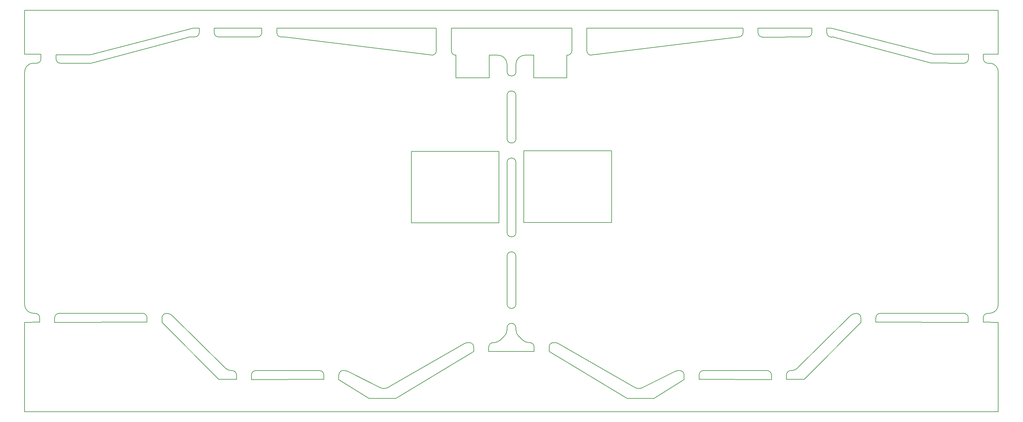
<source format=gm1>
G04 #@! TF.GenerationSoftware,KiCad,Pcbnew,(5.99.0-8557-g8988e46ab1)*
G04 #@! TF.CreationDate,2021-01-24T23:32:51-07:00*
G04 #@! TF.ProjectId,Panel,50616e65-6c2e-46b6-9963-61645f706362,rev?*
G04 #@! TF.SameCoordinates,PX85099e0PY51bada0*
G04 #@! TF.FileFunction,Profile,NP*
%FSLAX46Y46*%
G04 Gerber Fmt 4.6, Leading zero omitted, Abs format (unit mm)*
G04 Created by KiCad (PCBNEW (5.99.0-8557-g8988e46ab1)) date 2021-01-24 23:32:51*
%MOMM*%
%LPD*%
G01*
G04 APERTURE LIST*
G04 #@! TA.AperFunction,Profile*
%ADD10C,0.150000*%
G04 #@! TD*
G04 APERTURE END LIST*
D10*
X89249508Y-40552764D02*
G75*
G02*
X90499508Y-41794146I8588J-1241382D01*
G01*
X-143232246Y-38052764D02*
G75*
G03*
X-140732246Y-40552764I2500000J0D01*
G01*
X9707230Y32897236D02*
X9707230Y39230000D01*
X-60860142Y-56552645D02*
G75*
G02*
X-59610143Y-57785527I0J-1250118D01*
G01*
X110102532Y29476365D02*
G75*
G03*
X110396706Y29447236I294174J1470871D01*
G01*
X-101822728Y-41279566D02*
G75*
G03*
X-103585048Y-40552764I-1762320J-1773198D01*
G01*
X-8417770Y1647236D02*
X-8400534Y-17916843D01*
X-5113143Y-47017161D02*
X-3975068Y-48067315D01*
X124685429Y-41794146D02*
X124685429Y-43026910D01*
X-96103294Y39230000D02*
X-124853294Y31730000D01*
X4885490Y-48730006D02*
G75*
G03*
X3371411Y-49954151I-262174J-1224145D01*
G01*
X65499508Y-57794145D02*
X65499508Y-59044145D01*
X128896706Y-68052764D02*
X-143232246Y-68035528D01*
X90499508Y-41794146D02*
X90499508Y-43044146D01*
X-141143243Y29413221D02*
G75*
G03*
X-143232246Y26947236I410997J-2465985D01*
G01*
X-2279695Y-48730005D02*
G75*
G02*
X-814510Y-49971387I206710J-1241382D01*
G01*
X-143232246Y-43052764D02*
X-143232246Y-68035528D01*
X-139020969Y-41802764D02*
X-139020969Y-43035528D01*
X110102532Y29476365D02*
X83007699Y36713220D01*
X120557703Y30663221D02*
G75*
G02*
X119307703Y29413221I-1250000J0D01*
G01*
X41088681Y-57794145D02*
X41088681Y-59044145D01*
X-43909221Y-61295812D02*
X-52816627Y-56819016D01*
X-70949379Y36747236D02*
X-71496321Y36730000D01*
X6135490Y-49064941D02*
X27201017Y-61227128D01*
X128896706Y-38052764D02*
G75*
G02*
X126396706Y-40552764I-2500000J0D01*
G01*
X-109020969Y-41785528D02*
X-109020969Y-43035528D01*
X-55424221Y-57802763D02*
X-55424221Y-59052763D01*
X-84020969Y-57785527D02*
X-84020969Y-59035527D01*
X-94432242Y39247236D02*
X-96103294Y39230000D01*
X82203675Y39230000D02*
X110953675Y31913221D01*
X-138643243Y31913221D02*
X-143232246Y31913221D01*
X-5917770Y29147236D02*
X-5900534Y27083157D01*
X125935429Y-40544146D02*
G75*
G03*
X124685429Y-41794146I0J-1250000D01*
G01*
X-124000123Y29591355D02*
X-97343239Y36713221D01*
X-19221030Y-48730004D02*
G75*
G02*
X-17706951Y-49962769I255180J-1232765D01*
G01*
X76792678Y37978565D02*
X76792678Y39228565D01*
X-110270969Y-40535528D02*
G75*
G02*
X-109020969Y-41785528I0J-1250000D01*
G01*
X-104835048Y-41802764D02*
X-104835048Y-43052764D01*
X-22657246Y31647236D02*
X-22657246Y25347236D01*
X124743624Y30645985D02*
X124743624Y31895985D01*
X45274602Y-59026909D02*
X65499508Y-59044145D01*
X-52816627Y-56819016D02*
G75*
G03*
X-53939292Y-56552763I-1122665J-2233751D01*
G01*
X75542678Y36728565D02*
X62994785Y36711329D01*
X-134457322Y30645985D02*
X-134457322Y31730000D01*
X-134835048Y-41802764D02*
X-134835048Y-43052764D01*
X61744785Y37961329D02*
X61744785Y39211329D01*
X-814510Y-51221387D02*
X-13521030Y-51230005D01*
X-8417770Y20397236D02*
G75*
G02*
X-5917770Y20397236I1250000J0D01*
G01*
X-71496321Y36730000D02*
G75*
G02*
X-72746321Y37980000I0J1250000D01*
G01*
X25146706Y-64294146D02*
X32646706Y-64294146D01*
X-78182242Y36747236D02*
G75*
G03*
X-76932242Y37997236I0J1250000D01*
G01*
X-133207322Y29395985D02*
G75*
G02*
X-134457322Y30645985I0J1250000D01*
G01*
X-928294Y25347236D02*
X-928294Y31647236D01*
X3371411Y-49954151D02*
X3371411Y-51204151D01*
X-138643243Y30663221D02*
G75*
G02*
X-139893243Y29413221I-1250000J0D01*
G01*
X87487188Y-41279566D02*
G75*
G02*
X89249508Y-40552764I1762320J-1773198D01*
G01*
X-140270969Y-40552764D02*
X-140732246Y-40552764D01*
X64249508Y-56544145D02*
X46524602Y-56526909D01*
X-19221030Y-48730005D02*
G75*
G03*
X-20471030Y-49064941I-1J-2500000D01*
G01*
X128896706Y31895985D02*
X128896706Y44230000D01*
X-104835048Y-43052764D02*
X-89020969Y-59035527D01*
X-138643243Y30663221D02*
X-138643243Y31913221D01*
X124743624Y31895985D02*
X128896706Y31895985D01*
X29573681Y-61295812D02*
X38481087Y-56819016D01*
X20796706Y4897236D02*
X-3703294Y4897236D01*
X-3703294Y4897236D02*
X-3703294Y-15102764D01*
X-3703294Y-15102764D02*
X20796706Y-15102764D01*
X20796706Y-15102764D02*
X20796706Y4897236D01*
X-5900534Y-17916843D02*
G75*
G02*
X-8400534Y-17916843I-1250000J0D01*
G01*
X-95682242Y36747236D02*
X-96932242Y36747236D01*
X-133585048Y-40552764D02*
G75*
G03*
X-134835048Y-41802764I0J-1250000D01*
G01*
X-76932242Y37997236D02*
X-76932242Y39247236D01*
X-13407246Y31647236D02*
X-10917770Y31647236D01*
X57554200Y37978565D02*
G75*
G02*
X56461066Y36742565I-1245336J0D01*
G01*
X-23981849Y32880000D02*
X-23981849Y39230000D01*
X45274602Y-57776909D02*
X45274602Y-59026909D01*
X-928294Y31647236D02*
X-3417770Y31647236D01*
X46524602Y-56526909D02*
G75*
G03*
X45274602Y-57776909I0J-1250000D01*
G01*
X-5917770Y29147236D02*
G75*
G02*
X-3417770Y31647236I2500000J0D01*
G01*
X69685429Y-59026909D02*
X74685429Y-59026909D01*
X-28167770Y39230000D02*
X-72746321Y39230000D01*
X57554200Y37978565D02*
X57558864Y39228565D01*
X-95682242Y36747236D02*
G75*
G03*
X-94432242Y37997236I0J1250000D01*
G01*
X-5917770Y-24602764D02*
X-5900534Y-37916843D01*
X56461066Y36742565D02*
X14966011Y31651909D01*
X-70644404Y36728565D02*
X-29301551Y31651908D01*
X126807703Y29413221D02*
G75*
G02*
X128896706Y26947236I-410997J-2465985D01*
G01*
X-814510Y-49971387D02*
X-814510Y-51221387D01*
X-103585048Y-40552764D02*
G75*
G03*
X-104835048Y-41802764I0J-1250000D01*
G01*
X-96932242Y36747236D02*
G75*
G03*
X-97343239Y36713221I0J-2500000D01*
G01*
X82596702Y36747236D02*
X82228599Y36711329D01*
X-143232246Y31913221D02*
X-143232246Y44247236D01*
X9707230Y39230000D02*
X-23981849Y39230000D01*
X-5113143Y-47017162D02*
G75*
G02*
X-5917770Y-45179851I1695373J1837311D01*
G01*
X80978599Y37961329D02*
X80978599Y39211329D01*
X-43909221Y-61295812D02*
G75*
G03*
X-41536557Y-61227128I1122664J2233747D01*
G01*
X4885490Y-48730005D02*
G75*
G02*
X6135490Y-49064941I1J-2500000D01*
G01*
X69685429Y-57776909D02*
X69685429Y-59026909D01*
X-9222397Y-47017162D02*
G75*
G03*
X-8417770Y-45179851I-1695373J1837311D01*
G01*
X-109020969Y-43035528D02*
X-134835048Y-43052764D01*
X61744785Y37961329D02*
G75*
G03*
X62994785Y36711329I1250000J0D01*
G01*
X-13521030Y-49980005D02*
X-13521030Y-51230005D01*
X-9222397Y-47017161D02*
X-10360472Y-48067315D01*
X-140270969Y-40552764D02*
G75*
G02*
X-139020969Y-41802764I0J-1250000D01*
G01*
X-39482246Y-64302764D02*
X-46982246Y-64302764D01*
X120499508Y-41794146D02*
X120499508Y-43044146D01*
X-84020969Y-59035527D02*
X-89020969Y-59035527D01*
X119249508Y-40544146D02*
X95935429Y-40526910D01*
X-59610142Y-57785527D02*
X-59610142Y-59035527D01*
X80978599Y37961329D02*
G75*
G03*
X82228599Y36711329I1250000J0D01*
G01*
X110953675Y31913221D02*
X120557703Y31913221D01*
X41088681Y-59044145D02*
X32646706Y-64294146D01*
X71088681Y-56552763D02*
G75*
G03*
X69685429Y-57776909I-167676J-1224146D01*
G01*
X-70644404Y36728564D02*
G75*
G03*
X-70949379Y36747236I-304975J-2481328D01*
G01*
X-5900534Y8333157D02*
G75*
G02*
X-8400534Y8333157I-1250000J0D01*
G01*
X-5917770Y20397236D02*
X-5900534Y8333157D01*
X-17706951Y-51212769D02*
X-39482246Y-64302764D01*
X-87186540Y-55825961D02*
X-101822728Y-41279566D01*
X-12058964Y-48748125D02*
G75*
G03*
X-13521030Y-49980005I-212066J-1231880D01*
G01*
X-35132246Y4747236D02*
X-10632246Y4747236D01*
X-10632246Y4747236D02*
X-10632246Y-15252764D01*
X-10632246Y-15252764D02*
X-35132246Y-15252764D01*
X-35132246Y-15252764D02*
X-35132246Y4747236D01*
X-55424221Y-59052763D02*
X-46982246Y-64302764D01*
X57558864Y39228565D02*
X13893151Y39230000D01*
X-78585048Y-56552763D02*
G75*
G03*
X-79835048Y-57802763I0J-1250000D01*
G01*
X8321706Y25347236D02*
X-928294Y25347236D01*
X29573681Y-61295812D02*
G75*
G02*
X27201017Y-61227128I-1122664J2233747D01*
G01*
X-8417770Y-24602764D02*
G75*
G02*
X-5917770Y-24602764I1250000J0D01*
G01*
X-8417770Y1647236D02*
G75*
G02*
X-5917770Y1647236I1250000J0D01*
G01*
X-8417770Y-44602764D02*
G75*
G02*
X-5917770Y-44602764I1250000J0D01*
G01*
X-124000123Y29591355D02*
G75*
G02*
X-124643243Y29413221I-643120J1071867D01*
G01*
X126807703Y29413221D02*
X125993624Y29395985D01*
X-53939292Y-56552764D02*
G75*
G03*
X-55424221Y-57802763I-216346J-1249999D01*
G01*
X124685429Y-43026910D02*
X128896706Y-43044146D01*
X-139893243Y29413221D02*
X-141143243Y29413221D01*
X95935429Y-40526910D02*
G75*
G03*
X94685429Y-41776910I0J-1250000D01*
G01*
X76792678Y37978565D02*
G75*
G02*
X75542678Y36728565I-1250000J0D01*
G01*
X-76932242Y39247236D02*
X-90246321Y39230000D01*
X-2279695Y-48730005D02*
G75*
G02*
X-3975068Y-48067316I0J2500000D01*
G01*
X-8400534Y27083157D02*
X-8417770Y29147236D01*
X72851000Y-55825961D02*
G75*
G02*
X71088681Y-56552763I-1762319J1773198D01*
G01*
X3371411Y-51204151D02*
X25146706Y-64294146D01*
X76792678Y39228565D02*
X61744785Y39211329D01*
X64249508Y-56544145D02*
G75*
G02*
X65499508Y-57794145I0J-1250000D01*
G01*
X-94432242Y37997236D02*
X-94432242Y39247236D01*
X-85424221Y-56552763D02*
G75*
G02*
X-84020969Y-57785527I160131J-1232764D01*
G01*
X-8400534Y-37916843D02*
X-8417770Y-24602764D01*
X-72746321Y37980000D02*
X-72746321Y39230000D01*
X13893151Y32880000D02*
X13893151Y39230000D01*
X-5917770Y-45179851D02*
X-5917770Y-44602764D01*
X-8417770Y29147236D02*
G75*
G03*
X-10917770Y31647236I-2500000J0D01*
G01*
X-143232246Y-38052764D02*
X-143232246Y26947236D01*
X94685429Y-43026910D02*
X120499508Y-43044146D01*
X82596702Y36747236D02*
G75*
G02*
X83007699Y36713221I0J-2500000D01*
G01*
X-79835048Y-57802763D02*
X-79835048Y-59052763D01*
X-28167031Y32897236D02*
G75*
G02*
X-29301551Y31651908I-1250739J0D01*
G01*
X-17706951Y-49962769D02*
X-17706951Y-51212769D01*
X-110270969Y-40535528D02*
X-133585048Y-40552764D01*
X39838681Y-56544145D02*
X39603752Y-56552763D01*
X-12055845Y-48730005D02*
G75*
G03*
X-10360472Y-48067316I0J2500000D01*
G01*
X72851000Y-55825961D02*
X87487188Y-41279566D01*
X-143232246Y44247236D02*
X128896706Y44230000D01*
X-13407246Y25347236D02*
X-13407246Y31647236D01*
X94685429Y-41776910D02*
X94685429Y-43026910D01*
X-133207322Y29395985D02*
X-124643243Y29413221D01*
X119307703Y29413221D02*
X110396706Y29447236D01*
X90499508Y-43044146D02*
X74685429Y-59026909D01*
X8321706Y31647236D02*
X8321706Y25347236D01*
X-78182242Y36747236D02*
X-88996321Y36730000D01*
X39838681Y-56544145D02*
G75*
G02*
X41088681Y-57794145I0J-1250000D01*
G01*
X38481087Y-56819017D02*
G75*
G02*
X39603752Y-56552763I1122665J-2233747D01*
G01*
X124743624Y30645985D02*
G75*
G03*
X125993624Y29395985I1250000J0D01*
G01*
X-139020969Y-43035528D02*
X-143232246Y-43052764D01*
X119249508Y-40544146D02*
G75*
G02*
X120499508Y-41794146I0J-1250000D01*
G01*
X120557703Y30663221D02*
X120557703Y31913221D01*
X128896706Y-43044146D02*
X128896706Y-68052764D01*
X-59610142Y-59035527D02*
X-79835048Y-59052763D01*
X-90246321Y37980000D02*
G75*
G03*
X-88996321Y36730000I1250000J0D01*
G01*
X-8417770Y-45179851D02*
X-8417770Y-44602764D01*
X-87186540Y-55825961D02*
G75*
G03*
X-85424221Y-56552763I1762319J1773198D01*
G01*
X-5900534Y27083157D02*
G75*
G02*
X-8400534Y27083157I-1250000J0D01*
G01*
X-60860142Y-56552645D02*
X-78585048Y-56552763D01*
X-22657246Y25347236D02*
X-13407246Y25347236D01*
X80978599Y39211329D02*
X82203675Y39230000D01*
X-20471030Y-49064941D02*
X-41536557Y-61227128D01*
X-5900534Y-17916843D02*
X-5917770Y1647236D01*
X-23966868Y32880000D02*
G75*
G03*
X-22657246Y31647236I1235019J0D01*
G01*
X-124853294Y31730000D02*
X-134457322Y31730000D01*
X-28167770Y32897236D02*
X-28167770Y39230000D01*
X126396706Y-40552764D02*
X125935429Y-40544146D01*
X-8400534Y8333157D02*
X-8417770Y20397236D01*
X13902350Y32880000D02*
G75*
G03*
X14966011Y31651909I1240801J0D01*
G01*
X128896706Y-38052764D02*
X128896706Y26947236D01*
X9707229Y32897236D02*
G75*
G02*
X8321706Y31647236I-1256628J0D01*
G01*
X-5900534Y-37916843D02*
G75*
G02*
X-8400534Y-37916843I-1250000J0D01*
G01*
X-90246321Y37980000D02*
X-90246321Y39230000D01*
M02*

</source>
